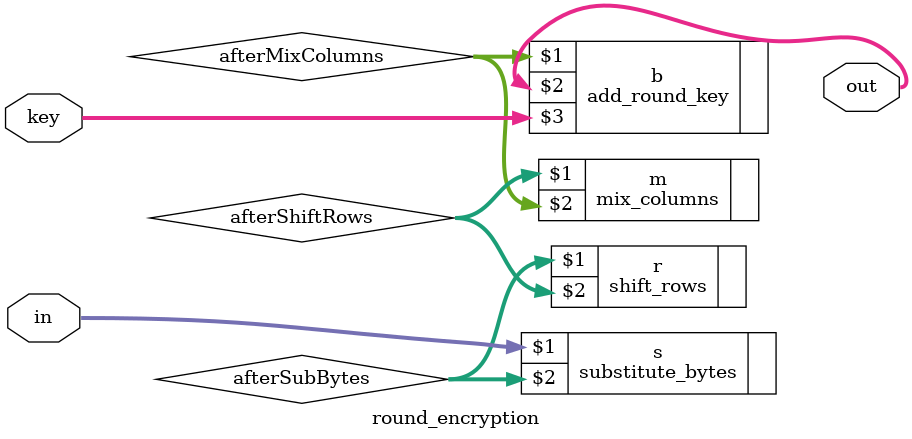
<source format=v>
`timescale 1ns / 1ps

module round_encryption(in,key,out);
input [127:0] in;
output [127:0] out;
input [127:0] key;
wire [127:0] afterSubBytes;
wire [127:0] afterShiftRows;
wire [127:0] afterMixColumns;
wire [127:0] afterAddroundKey;

substitute_bytes s(in,afterSubBytes);
shift_rows r(afterSubBytes,afterShiftRows);
mix_columns m(afterShiftRows,afterMixColumns);
add_round_key b(afterMixColumns,out,key);
		
endmodule

</source>
